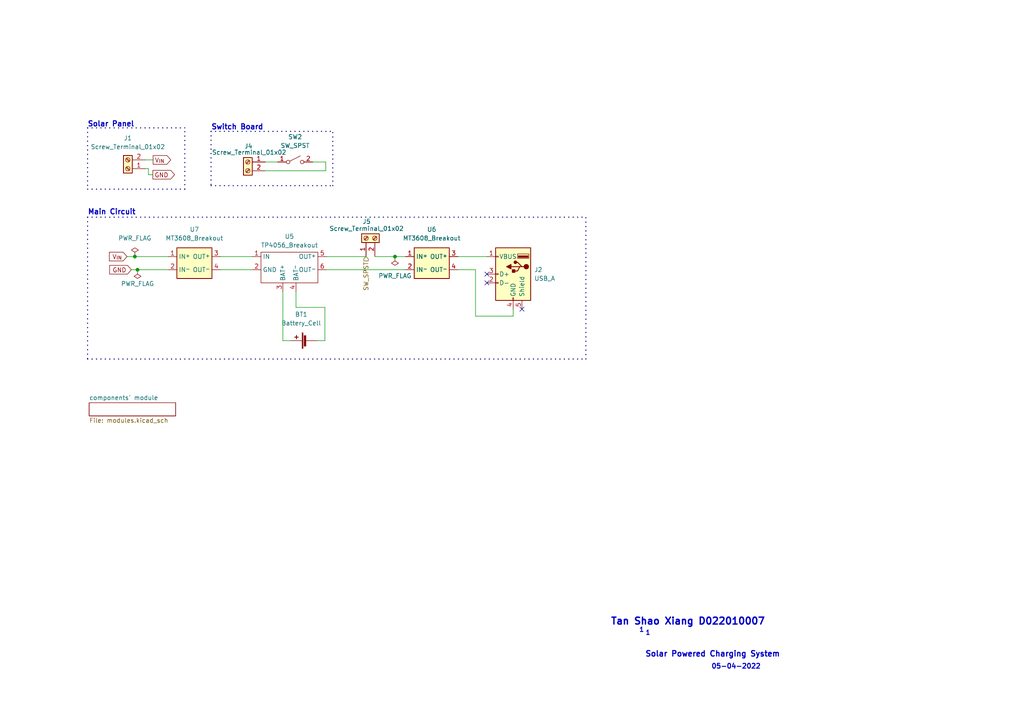
<source format=kicad_sch>
(kicad_sch (version 20211123) (generator eeschema)
  (paper "A4")
  (lib_symbols
    (symbol "Connector:Screw_Terminal_01x02" (pin_names (offset 1.016) hide)
      (property "Reference" "J" (at 0 2.54 0))
      (property "Value" "Screw_Terminal_01x02" (at 0 -5.08 0))
      (symbol "Screw_Terminal_01x02_1_1"
        (rectangle (start -1.27 1.27) (end 1.27 -3.81) (stroke (width 0.254)) (fill (type background)))
        (circle (center 0 -2.54) (radius 0.635) (stroke (width 0.1524)))
        (polyline (pts (xy -0.5334 -2.2098) (xy 0.3302 -3.048)) (stroke (width 0.1524)))
        (polyline (pts (xy -0.5334 0.3302) (xy 0.3302 -0.508)) (stroke (width 0.1524)))
        (polyline (pts (xy -0.3556 -2.032) (xy 0.508 -2.8702)) (stroke (width 0.1524)))
        (polyline (pts (xy -0.3556 0.508) (xy 0.508 -0.3302)) (stroke (width 0.1524)))
        (circle (center 0 0) (radius 0.635) (stroke (width 0.1524)))
        (pin passive line (at -5.08 0 0) (length 3.81) (name "Pin_1") (number "1"))
        (pin passive line (at -5.08 -2.54 0) (length 3.81) (name "Pin_2") (number "2"))
      )
    )
    (symbol "Connector:USB_A" (pin_names (offset 1.016))
      (property "Reference" "J" (at -5.08 11.43 0))
      (property "Value" "USB_A" (at -5.08 8.89 0))
      (symbol "USB_A_0_1"
        (rectangle (start -5.08 -7.62) (end 5.08 7.62) (stroke (width 0.254)) (fill (type background)))
        (circle (center -3.81 2.159) (radius 0.635) (stroke (width 0.254)) (fill (type outline)))
        (rectangle (start -1.524 4.826) (end -4.318 5.334) (fill (type outline)))
        (rectangle (start -1.27 4.572) (end -4.572 5.842))
        (circle (center -0.635 3.429) (radius 0.381) (stroke (width 0.254)) (fill (type outline)))
        (rectangle (start -0.127 -7.62) (end 0.127 -6.858))
        (polyline (pts (xy -3.175 2.159) (xy -2.54 2.159) (xy -1.27 3.429) (xy -0.635 3.429)) (stroke (width 0.254)))
        (polyline (pts (xy -2.54 2.159) (xy -1.905 2.159) (xy -1.27 0.889) (xy 0 0.889)) (stroke (width 0.254)))
        (polyline (pts (xy 0.635 2.794) (xy 0.635 1.524) (xy 1.905 2.159) (xy 0.635 2.794)) (stroke (width 0.254)) (fill (type outline)))
        (rectangle (start 0.254 1.27) (end -0.508 0.508) (stroke (width 0.254)) (fill (type outline)))
        (rectangle (start 5.08 -2.667) (end 4.318 -2.413))
        (rectangle (start 5.08 -0.127) (end 4.318 0.127))
        (rectangle (start 5.08 4.953) (end 4.318 5.207))
      )
      (symbol "USB_A_1_1"
        (polyline (pts (xy -1.905 2.159) (xy 0.635 2.159)) (stroke (width 0.254)))
        (pin power_in line (at 7.62 5.08 180) (length 2.54) (name "VBUS") (number "1"))
        (pin bidirectional line (at 7.62 -2.54 180) (length 2.54) (name "D-") (number "2"))
        (pin bidirectional line (at 7.62 0 180) (length 2.54) (name "D+") (number "3"))
        (pin power_in line (at 0 -10.16 90) (length 2.54) (name "GND") (number "4"))
        (pin passive line (at -2.54 -10.16 90) (length 2.54) (name "Shield") (number "5"))
      )
    )
    (symbol "Device:Battery_Cell" (pin_numbers hide) (pin_names (offset 0) hide)
      (property "Reference" "BT" (at 2.54 2.54 0))
      (property "Value" "Battery_Cell" (at 2.54 0 0))
      (symbol "Battery_Cell_0_1"
        (rectangle (start -2.286 1.778) (end 2.286 1.524) (fill (type outline)))
        (rectangle (start -1.5748 1.1938) (end 1.4732 0.6858) (fill (type outline)))
        (polyline (pts (xy 0 0.762) (xy 0 0)))
        (polyline (pts (xy 0 1.778) (xy 0 2.54)))
        (polyline (pts (xy 0.508 3.429) (xy 1.524 3.429)) (stroke (width 0.254)))
        (polyline (pts (xy 1.016 3.937) (xy 1.016 2.921)) (stroke (width 0.254)))
      )
      (symbol "Battery_Cell_1_1"
        (pin passive line (at 0 5.08 270) (length 2.54) (name "+") (number "1"))
        (pin passive line (at 0 -2.54 90) (length 2.54) (name "-") (number "2"))
      )
    )
    (symbol "MT3608_Breakout:MT3608_Breakout"
      (property "Reference" "U" (at -2.54 8.89 0))
      (property "Value" "MT3608_Breakout" (at -7.62 6.35 0))
      (symbol "MT3608_Breakout_0_1"
        (rectangle (start -5.08 5.08) (end 5.08 -3.81) (stroke (width 0.254)) (fill (type background)))
      )
      (symbol "MT3608_Breakout_1_1"
        (pin power_in line (at -7.62 2.54 0) (length 2.54) (name "IN^{+}") (number "1"))
        (pin power_in line (at -7.62 -1.27 0) (length 2.54) (name "IN^{-}") (number "2"))
        (pin power_out line (at 7.62 2.54 180) (length 2.54) (name "OUT^{+}") (number "3"))
        (pin power_out line (at 7.62 -1.27 180) (length 2.54) (name "OUT^{-}") (number "4"))
      )
    )
    (symbol "MT3608_Breakout_1"
      (property "Reference" "U" (at -2.54 8.89 0))
      (property "Value" "MT3608_Breakout_1" (at -7.62 6.35 0))
      (symbol "MT3608_Breakout_1_0_1"
        (rectangle (start -5.08 5.08) (end 5.08 -3.81) (stroke (width 0.254)) (fill (type background)))
      )
      (symbol "MT3608_Breakout_1_1_1"
        (pin power_in line (at -7.62 2.54 0) (length 2.54) (name "IN^{+}") (number "1"))
        (pin power_in line (at -7.62 -1.27 0) (length 2.54) (name "IN^{-}") (number "2"))
        (pin power_out line (at 7.62 2.54 180) (length 2.54) (name "OUT^{+}") (number "3"))
        (pin power_out line (at 7.62 -1.27 180) (length 2.54) (name "OUT^{-}") (number "4"))
      )
    )
    (symbol "Switch:SW_SPST" (pin_names (offset 0) hide)
      (property "Reference" "SW" (at 0 3.175 0))
      (property "Value" "SW_SPST" (at 0 -2.54 0))
      (symbol "SW_SPST_0_0"
        (circle (center -2.032 0) (radius 0.508))
        (polyline (pts (xy -1.524 0.254) (xy 1.524 1.778)))
        (circle (center 2.032 0) (radius 0.508))
      )
      (symbol "SW_SPST_1_1"
        (pin passive line (at -5.08 0 0) (length 2.54) (name "A") (number "1"))
        (pin passive line (at 5.08 0 180) (length 2.54) (name "B") (number "2"))
      )
    )
    (symbol "TP4056_Breakout:TP4056_Breakout"
      (property "Reference" "U" (at 1.27 10.16 0))
      (property "Value" "TP4056_Breakout" (at 12.7 10.16 0))
      (symbol "TP4056_Breakout_0_1"
        (rectangle (start 0 8.89) (end 16.51 0))
      )
      (symbol "TP4056_Breakout_1_1"
        (pin power_in line (at -2.54 7.62 0) (length 2.54) (name "IN") (number "1"))
        (pin power_in line (at -2.54 3.81 0) (length 2.54) (name "GND") (number "2"))
        (pin power_out line (at 6.35 -2.54 90) (length 2.54) (name "BAT^{+}") (number "3"))
        (pin power_out line (at 10.16 -2.54 90) (length 2.54) (name "BAT^{-}") (number "4"))
        (pin power_out line (at 19.05 7.62 180) (length 2.54) (name "OUT^{+}") (number "5"))
        (pin power_out line (at 19.05 3.81 180) (length 2.54) (name "OUT^{-}") (number "6"))
      )
    )
    (symbol "power:PWR_FLAG" (power) (pin_numbers hide) (pin_names (offset 0) hide)
      (property "Value" "PWR_FLAG" (at 0 3.81 0))
      (symbol "PWR_FLAG_0_0"
        (pin power_out line (at 0 0 90) (length 0) (name "pwr") (number "1"))
      )
      (symbol "PWR_FLAG_0_1"
        (polyline (pts (xy 0 0) (xy 0 1.27) (xy -1.016 1.905) (xy 0 2.54) (xy 1.016 1.905) (xy 0 1.27)))
      )
    )
  )
  (junction (at 39.116 74.422))
  (junction (at 114.554 74.422))
  (junction (at 39.878 78.232))
  (no_connect (at 141.224 82.042))
  (no_connect (at 151.384 89.662))
  (no_connect (at 141.224 79.502))
  (bus (pts (xy 61.214 38.1) (xy 61.214 53.848)) (stroke (width 0) (type dot)))
  (wire (pts (xy 82.042 98.806) (xy 84.328 98.806)))
  (wire (pts (xy 132.842 78.232) (xy 137.922 78.232)))
  (bus (pts (xy 96.52 53.848) (xy 96.52 38.1)) (stroke (width 0) (type dot)))
  (wire (pts (xy 39.878 78.232) (xy 48.768 78.232)))
  (wire (pts (xy 85.852 89.154) (xy 94.234 89.154)))
  (wire (pts (xy 39.116 74.422) (xy 48.768 74.422)))
  (wire (pts (xy 94.234 89.154) (xy 94.234 98.806)))
  (bus (pts (xy 25.4 62.992) (xy 169.926 62.992)) (stroke (width 0) (type dot)))
  (bus (pts (xy 25.4 104.14) (xy 169.926 104.14)) (stroke (width 0) (type dot)))
  (wire (pts (xy 43.053 48.9204) (xy 42.164 48.9204)))
  (bus (pts (xy 25.4 37.084) (xy 53.594 37.084)) (stroke (width 0) (type dot)))
  (wire (pts (xy 106.172 74.168) (xy 106.172 74.422)))
  (wire (pts (xy 94.742 74.422) (xy 106.172 74.422)))
  (wire (pts (xy 82.042 84.582) (xy 82.042 98.806)))
  (wire (pts (xy 76.962 46.99) (xy 80.518 46.99)))
  (wire (pts (xy 114.554 74.422) (xy 117.602 74.422)))
  (bus (pts (xy 53.594 54.864) (xy 53.594 37.084)) (stroke (width 0) (type dot)))
  (wire (pts (xy 137.922 78.232) (xy 137.922 91.694)))
  (wire (pts (xy 108.712 74.168) (xy 108.712 74.422)))
  (bus (pts (xy 25.4 37.084) (xy 25.4 54.864)) (stroke (width 0) (type dot)))
  (wire (pts (xy 137.922 91.694) (xy 148.844 91.694)))
  (wire (pts (xy 73.152 78.232) (xy 64.008 78.232)))
  (wire (pts (xy 44.3992 46.3804) (xy 42.164 46.3804)))
  (wire (pts (xy 38.1 78.232) (xy 39.878 78.232)))
  (wire (pts (xy 132.842 74.422) (xy 141.224 74.422)))
  (bus (pts (xy 61.214 38.1) (xy 96.52 38.1)) (stroke (width 0) (type dot)))
  (bus (pts (xy 25.4 54.864) (xy 53.594 54.864)) (stroke (width 0) (type dot)))
  (bus (pts (xy 25.4 62.992) (xy 25.4 104.14)) (stroke (width 0) (type dot)))
  (wire (pts (xy 148.844 89.662) (xy 148.844 91.694)))
  (wire (pts (xy 64.008 74.422) (xy 73.152 74.422)))
  (wire (pts (xy 91.948 98.806) (xy 94.234 98.806)))
  (wire (pts (xy 36.83 74.422) (xy 39.116 74.422)))
  (wire (pts (xy 43.053 50.673) (xy 44.323 50.673)))
  (wire (pts (xy 94.742 78.232) (xy 117.602 78.232)))
  (wire (pts (xy 76.962 49.53) (xy 94.488 49.53)))
  (wire (pts (xy 94.488 46.99) (xy 94.488 49.53)))
  (wire (pts (xy 85.852 84.582) (xy 85.852 89.154)))
  (wire (pts (xy 43.053 48.9204) (xy 43.053 50.673)))
  (bus (pts (xy 61.214 53.848) (xy 96.52 53.848)) (stroke (width 0) (type dot)))
  (wire (pts (xy 90.678 46.99) (xy 94.488 46.99)))
  (bus (pts (xy 169.926 104.14) (xy 169.926 62.992)) (stroke (width 0) (type dot)))
  (wire (pts (xy 108.712 74.422) (xy 114.554 74.422)))
  (text "Solar Powered Charging System" (at 187.071 190.754 0) (effects (font (size 1.6 1.6) bold) (justify left bottom)))
  (text "Tan Shao Xiang D022010007" (at 177.038 181.5084 0) (effects (font (size 2 2) bold) (justify left bottom)))
  (text "Main Circuit" (at 25.4 62.484 0) (effects (font (size 1.5 1.5) bold) (justify left bottom)))
  (text "1" (at 187.1472 184.4548 0) (effects (font (size 1.3 1.3) bold) (justify left bottom)))
  (text "05-04-2022" (at 206.248 194.2338 0) (effects (font (size 1.4 1.4) bold) (justify left bottom)))
  (text "Solar Panel" (at 25.3492 36.9824 0) (effects (font (size 1.5 1.5) (thickness 0.3) bold) (justify left bottom)))
  (text "Switch Board" (at 61.214 37.846 0) (effects (font (size 1.5 1.5) (thickness 0.3) bold) (justify left bottom)))
  (text "1" (at 185.3184 183.5912 0) (effects (font (size 1.3 1.3) bold) (justify left bottom)))
  (global_label "V_{IN}" (shape output) (at 44.3992 46.3804 0) (property "Intersheet References" "${INTERSHEET_REFS}" (effects hide)))
  (global_label "GND" (shape output) (at 44.323 50.673 0) (property "Intersheet References" "${INTERSHEET_REFS}" (effects hide)))
  (global_label "V_{IN}" (shape input) (at 36.83 74.422 180) (property "Intersheet References" "${INTERSHEET_REFS}" (effects hide)))
  (global_label "GND" (shape input) (at 38.1 78.232 180) (property "Intersheet References" "${INTERSHEET_REFS}" (effects hide)))
  (hierarchical_label "SW_SPST" (shape input) (at 106.172 74.422 270))
  (symbol (lib_id "Connector:Screw_Terminal_01x02") (at 106.172 69.088 90) (unit 1)
    (property "Reference" "J5" (at 105.156 64.262 90) (effects (justify right)))
    (property "Value" "Screw_Terminal_01x02" (at 95.504 66.294 90) (effects (justify right)))
    (property "Footprint" "Connector_PinHeader_1.00mm:PinHeader_1x02_P1.00mm_Vertical" (effects hide))
  )
  (symbol (lib_id "TP4056_Breakout:TP4056_Breakout") (at 75.692 82.042 0) (unit 1)
    (property "Reference" "U5" (at 83.947 68.58 0))
    (property "Value" "TP4056_Breakout" (at 83.947 71.12 0))
    (property "Footprint" "TP4056:TP4056-Module" (effects hide))
  )
  (symbol (lib_id "Device:Battery_Cell") (at 89.408 98.806 90) (unit 1)
    (property "Reference" "BT1" (at 87.376 91.186 90))
    (property "Value" "Battery_Cell" (at 87.376 93.726 90))
    (property "Footprint" "Battery_Holder:BatteryHolder_18650" (effects hide))
  )
  (symbol (lib_id "Connector:Screw_Terminal_01x02") (at 37.084 48.9204 180) (unit 1)
    (property "Reference" "J1" (at 37.084 40.0558 0))
    (property "Value" "Screw_Terminal_01x02" (at 37.084 42.5958 0))
    (property "Footprint" "Connector_Molex:Molex_KK-254_AE-6410-02A_1x02_P2.54mm_Vertical" (effects hide))
  )
  (symbol (lib_id "power:PWR_FLAG") (at 39.878 78.232 180) (unit 1)
    (property "Reference" "#FLG0105" (effects hide))
    (property "Value" "PWR_FLAG" (at 35.052 82.296 0) (effects (justify right)))
  )
  (symbol (lib_id "MT3608_Breakout:MT3608_Breakout") (at 125.222 76.962 0) (unit 1)
    (property "Reference" "U6" (at 125.222 66.548 0))
    (property "Value" "MT3608_Breakout" (at 125.222 69.088 0))
    (property "Footprint" "MT3608:MT3608-Module" (effects hide))
    (property "Datasheet" "https://www.olimex.com/Products/Breadboarding/BB-PWR-3608/resources/MT3608.pdf" (effects hide))
  )
  (symbol (lib_id "power:PWR_FLAG") (at 114.554 74.422 180) (unit 1)
    (property "Reference" "#FLG0103" (effects hide))
    (property "Value" "PWR_FLAG" (at 114.554 80.01 0))
  )
  (symbol (lib_id "Switch:SW_SPST") (at 85.598 46.99 0) (unit 1)
    (property "Reference" "SW2" (at 85.598 39.7002 0))
    (property "Value" "SW_SPST" (at 85.598 42.2402 0))
    (property "Footprint" "Connector_PinHeader_1.00mm:PinHeader_1x02_P1.00mm_Vertical" (effects hide))
  )
  (symbol (lib_id "Connector:Screw_Terminal_01x02") (at 71.882 46.99 0) (mirror y) (unit 1)
    (property "Reference" "J4" (at 70.866 42.418 0) (effects (justify right)))
    (property "Value" "Screw_Terminal_01x02" (at 61.468 44.196 0) (effects (justify right)))
    (property "Footprint" "Connector_PinHeader_1.00mm:PinHeader_1x02_P1.00mm_Vertical" (effects hide))
  )
  (symbol (lib_id "power:PWR_FLAG") (at 39.116 74.422 0) (unit 1)
    (property "Reference" "#FLG0104" (effects hide))
    (property "Value" "PWR_FLAG" (at 39.116 69.088 0))
  )
  (symbol (lib_id "Connector:USB_A") (at 148.844 79.502 0) (mirror y) (unit 1)
    (property "Reference" "J2" (at 154.94 78.2319 0) (effects (justify right)))
    (property "Value" "USB_A" (at 154.94 80.7719 0) (effects (justify right)))
    (property "Footprint" "USB_A:USB_A_Breakout" (effects hide))
    (property "Datasheet" " ~" (effects hide))
  )
  (symbol (lib_name "MT3608_Breakout_1") (lib_id "MT3608_Breakout:MT3608_Breakout") (at 56.388 76.962 0) (unit 1)
    (property "Reference" "U7" (at 56.388 66.548 0))
    (property "Value" "MT3608_Breakout" (at 56.388 69.088 0))
    (property "Footprint" "MT3608:MT3608-Module" (effects hide))
    (property "Datasheet" "https://www.olimex.com/Products/Breadboarding/BB-PWR-3608/resources/MT3608.pdf" (effects hide))
  )
  (sheet (at 25.8572 116.8146) (size 25.0952 3.81) (stroke (width 0.1524))
    (property "Sheet name" "components' module" (at 25.8572 116.103 0) (effects (justify left bottom)))
    (property "Sheet file" "modules.kicad_sch" (at 25.8572 121.2092 0) (effects (justify left top)))
  )
)
</source>
